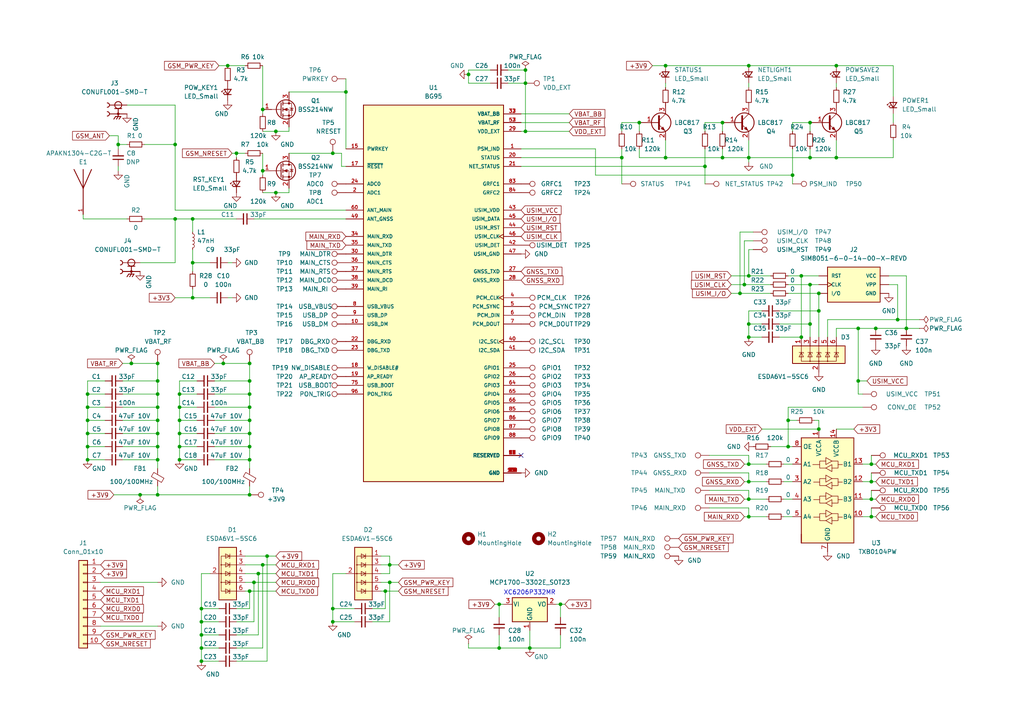
<source format=kicad_sch>
(kicad_sch (version 20211123) (generator eeschema)
  (paper "A4")
  (title_block (title "Quectel-BG95-LPWA-Module") (date "2022-03-07") (rev "1") (company "Sergey Kostyanoy"))
  (junction (at 55.88 76.2))
  (junction (at 152.4 38.1))
  (junction (at 52.07 118.11))
  (junction (at 72.39 133.35))
  (junction (at 193.04 45.72))
  (junction (at 262.89 95.25))
  (junction (at 234.95 45.72))
  (junction (at 72.39 129.54))
  (junction (at 25.4 133.35))
  (junction (at 74.93 166.37))
  (junction (at 52.07 129.54))
  (junction (at 217.17 80.01))
  (junction (at 38.1 105.41))
  (junction (at 76.2 31.75))
  (junction (at 77.47 161.29))
  (junction (at 25.4 118.11))
  (junction (at 72.39 125.73))
  (junction (at 66.04 19.05))
  (junction (at 162.56 175.26))
  (junction (at 72.39 114.3))
  (junction (at 228.6 121.92))
  (junction (at 96.52 176.53))
  (junction (at 152.4 20.32))
  (junction (at 25.4 125.73))
  (junction (at 50.8 63.5))
  (junction (at 52.07 125.73))
  (junction (at 248.92 110.49))
  (junction (at 144.78 187.96))
  (junction (at 58.42 176.53))
  (junction (at 80.01 55.88))
  (junction (at 96.52 180.34))
  (junction (at 217.17 139.7))
  (junction (at 237.49 90.17))
  (junction (at 260.35 92.71))
  (junction (at 215.9 82.55))
  (junction (at 252.73 144.78))
  (junction (at 40.64 143.51))
  (junction (at 52.07 121.92))
  (junction (at 34.29 41.91))
  (junction (at 237.49 85.09))
  (junction (at 73.66 168.91))
  (junction (at 254 95.25))
  (junction (at 55.88 63.5))
  (junction (at 45.72 105.41))
  (junction (at 232.41 97.79))
  (junction (at 25.4 129.54))
  (junction (at 237.49 124.46))
  (junction (at 45.72 129.54))
  (junction (at 45.72 125.73))
  (junction (at 72.39 105.41))
  (junction (at 153.67 187.96))
  (junction (at 248.92 95.25))
  (junction (at 72.39 171.45))
  (junction (at 45.72 143.51))
  (junction (at 214.63 85.09))
  (junction (at 234.95 82.55))
  (junction (at 64.77 105.41))
  (junction (at 76.2 163.83))
  (junction (at 217.17 144.78))
  (junction (at 242.57 19.05))
  (junction (at 252.73 149.86))
  (junction (at 55.88 86.36))
  (junction (at 25.4 121.92))
  (junction (at 217.17 19.05))
  (junction (at 45.72 110.49))
  (junction (at 234.95 35.56))
  (junction (at 52.07 114.3))
  (junction (at 25.4 114.3))
  (junction (at 76.2 49.53))
  (junction (at 252.73 139.7))
  (junction (at 217.17 93.98))
  (junction (at 180.34 45.72))
  (junction (at 45.72 133.35))
  (junction (at 72.39 121.92))
  (junction (at 58.42 180.34))
  (junction (at 80.01 38.1))
  (junction (at 72.39 118.11))
  (junction (at 144.78 175.26))
  (junction (at 111.76 171.45))
  (junction (at 58.42 191.77))
  (junction (at 217.17 149.86))
  (junction (at 209.55 45.72))
  (junction (at 185.42 35.56))
  (junction (at 100.33 26.67))
  (junction (at 135.89 21.59))
  (junction (at 229.87 50.8))
  (junction (at 217.17 134.62))
  (junction (at 232.41 80.01))
  (junction (at 45.72 121.92))
  (junction (at 45.72 118.11))
  (junction (at 113.03 168.91))
  (junction (at 204.47 48.26))
  (junction (at 209.55 35.56))
  (junction (at 58.42 187.96))
  (junction (at 217.17 97.79))
  (junction (at 234.95 93.98))
  (junction (at 52.07 133.35))
  (junction (at 152.4 24.13))
  (junction (at 96.52 44.45))
  (junction (at 45.72 114.3))
  (junction (at 242.57 45.72))
  (junction (at 72.39 110.49))
  (junction (at 113.03 163.83))
  (junction (at 50.8 41.91))
  (junction (at 193.04 19.05))
  (junction (at 217.17 45.72))
  (junction (at 58.42 184.15))
  (junction (at 72.39 143.51))
  (junction (at 252.73 134.62))
  (junction (at 228.6 129.54))
  (junction (at 68.58 44.45))
  (no_connect (at 151.13 132.08))
  (wire (pts (xy 29.21 168.91) (xy 45.72 168.91)))
  (wire (pts (xy 58.42 187.96) (xy 63.5 187.96)))
  (wire (pts (xy 218.44 67.31) (xy 214.63 67.31)))
  (wire (pts (xy 50.8 86.36) (xy 55.88 86.36)))
  (wire (pts (xy 45.72 125.73) (xy 45.72 129.54)))
  (wire (pts (xy 217.17 149.86) (xy 222.25 149.86)))
  (wire (pts (xy 180.34 43.18) (xy 180.34 45.72)))
  (wire (pts (xy 68.58 191.77) (xy 77.47 191.77)))
  (wire (pts (xy 212.09 85.09) (xy 214.63 85.09)))
  (wire (pts (xy 34.29 48.26) (xy 34.29 49.53)))
  (wire (pts (xy 113.03 180.34) (xy 113.03 168.91)))
  (wire (pts (xy 60.96 86.36) (xy 55.88 86.36)))
  (wire (pts (xy 162.56 187.96) (xy 162.56 184.15)))
  (wire (pts (xy 144.78 179.07) (xy 144.78 175.26)))
  (wire (pts (xy 68.58 180.34) (xy 73.66 180.34)))
  (wire (pts (xy 77.47 191.77) (xy 77.47 161.29)))
  (wire (pts (xy 52.07 125.73) (xy 57.15 125.73)))
  (wire (pts (xy 113.03 161.29) (xy 113.03 163.83)))
  (wire (pts (xy 254 95.25) (xy 262.89 95.25)))
  (wire (pts (xy 227.33 149.86) (xy 229.87 149.86)))
  (wire (pts (xy 50.8 63.5) (xy 55.88 63.5)))
  (wire (pts (xy 242.57 97.79) (xy 242.57 95.25)))
  (wire (pts (xy 58.42 184.15) (xy 58.42 187.96)))
  (wire (pts (xy 205.74 147.32) (xy 217.17 147.32)))
  (wire (pts (xy 34.29 39.37) (xy 34.29 41.91)))
  (wire (pts (xy 215.9 134.62) (xy 217.17 134.62)))
  (wire (pts (xy 67.31 76.2) (xy 66.04 76.2)))
  (wire (pts (xy 25.4 118.11) (xy 30.48 118.11)))
  (wire (pts (xy 151.13 45.72) (xy 180.34 45.72)))
  (wire (pts (xy 50.8 30.48) (xy 50.8 41.91)))
  (wire (pts (xy 135.89 20.32) (xy 135.89 21.59)))
  (wire (pts (xy 58.42 180.34) (xy 63.5 180.34)))
  (wire (pts (xy 41.91 63.5) (xy 50.8 63.5)))
  (wire (pts (xy 217.17 93.98) (xy 217.17 97.79)))
  (wire (pts (xy 262.89 95.25) (xy 262.89 80.01)))
  (wire (pts (xy 144.78 175.26) (xy 146.05 175.26)))
  (wire (pts (xy 236.22 121.92) (xy 237.49 121.92)))
  (wire (pts (xy 217.17 144.78) (xy 222.25 144.78)))
  (wire (pts (xy 248.92 110.49) (xy 248.92 95.25)))
  (wire (pts (xy 72.39 133.35) (xy 72.39 135.89)))
  (wire (pts (xy 31.75 39.37) (xy 34.29 39.37)))
  (wire (pts (xy 172.72 43.18) (xy 151.13 43.18)))
  (wire (pts (xy 107.95 176.53) (xy 111.76 176.53)))
  (wire (pts (xy 100.33 26.67) (xy 83.82 26.67)))
  (wire (pts (xy 62.23 110.49) (xy 72.39 110.49)))
  (wire (pts (xy 260.35 92.71) (xy 266.7 92.71)))
  (wire (pts (xy 153.67 182.88) (xy 153.67 187.96)))
  (wire (pts (xy 180.34 45.72) (xy 180.34 53.34)))
  (wire (pts (xy 96.52 176.53) (xy 102.87 176.53)))
  (wire (pts (xy 214.63 67.31) (xy 214.63 85.09)))
  (wire (pts (xy 68.58 184.15) (xy 74.93 184.15)))
  (wire (pts (xy 35.56 105.41) (xy 38.1 105.41)))
  (wire (pts (xy 25.4 125.73) (xy 25.4 129.54)))
  (wire (pts (xy 25.4 121.92) (xy 30.48 121.92)))
  (wire (pts (xy 217.17 97.79) (xy 220.98 97.79)))
  (wire (pts (xy 228.6 121.92) (xy 228.6 129.54)))
  (wire (pts (xy 55.88 76.2) (xy 60.96 76.2)))
  (wire (pts (xy 45.72 118.11) (xy 45.72 121.92)))
  (wire (pts (xy 73.66 180.34) (xy 73.66 168.91)))
  (wire (pts (xy 217.17 45.72) (xy 234.95 45.72)))
  (wire (pts (xy 72.39 114.3) (xy 72.39 118.11)))
  (wire (pts (xy 80.01 55.88) (xy 83.82 55.88)))
  (wire (pts (xy 217.17 134.62) (xy 222.25 134.62)))
  (wire (pts (xy 58.42 191.77) (xy 63.5 191.77)))
  (wire (pts (xy 193.04 45.72) (xy 209.55 45.72)))
  (wire (pts (xy 72.39 110.49) (xy 72.39 114.3)))
  (wire (pts (xy 115.57 171.45) (xy 111.76 171.45)))
  (wire (pts (xy 72.39 129.54) (xy 72.39 133.35)))
  (wire (pts (xy 33.02 143.51) (xy 40.64 143.51)))
  (wire (pts (xy 76.2 55.88) (xy 80.01 55.88)))
  (wire (pts (xy 229.87 43.18) (xy 229.87 50.8)))
  (wire (pts (xy 229.87 50.8) (xy 172.72 50.8)))
  (wire (pts (xy 25.4 125.73) (xy 30.48 125.73)))
  (wire (pts (xy 147.32 20.32) (xy 152.4 20.32)))
  (wire (pts (xy 151.13 35.56) (xy 165.1 35.56)))
  (wire (pts (xy 30.48 110.49) (xy 25.4 110.49)))
  (wire (pts (xy 217.17 147.32) (xy 217.17 149.86)))
  (wire (pts (xy 52.07 133.35) (xy 57.15 133.35)))
  (wire (pts (xy 45.72 133.35) (xy 35.56 133.35)))
  (wire (pts (xy 217.17 132.08) (xy 217.17 134.62)))
  (wire (pts (xy 76.2 33.02) (xy 76.2 31.75)))
  (wire (pts (xy 52.07 121.92) (xy 52.07 125.73)))
  (wire (pts (xy 144.78 187.96) (xy 153.67 187.96)))
  (wire (pts (xy 68.58 44.45) (xy 71.12 44.45)))
  (wire (pts (xy 80.01 168.91) (xy 73.66 168.91)))
  (wire (pts (xy 217.17 93.98) (xy 220.98 93.98)))
  (wire (pts (xy 250.19 114.3) (xy 248.92 114.3)))
  (wire (pts (xy 229.87 35.56) (xy 234.95 35.56)))
  (wire (pts (xy 237.49 85.09) (xy 237.49 90.17)))
  (wire (pts (xy 240.03 92.71) (xy 260.35 92.71)))
  (wire (pts (xy 24.13 63.5) (xy 24.13 62.23)))
  (wire (pts (xy 162.56 175.26) (xy 161.29 175.26)))
  (wire (pts (xy 217.17 24.13) (xy 217.17 25.4)))
  (wire (pts (xy 76.2 187.96) (xy 76.2 163.83)))
  (wire (pts (xy 260.35 92.71) (xy 260.35 82.55)))
  (wire (pts (xy 35.56 118.11) (xy 45.72 118.11)))
  (wire (pts (xy 135.89 24.13) (xy 142.24 24.13)))
  (wire (pts (xy 217.17 139.7) (xy 222.25 139.7)))
  (wire (pts (xy 226.06 93.98) (xy 234.95 93.98)))
  (wire (pts (xy 72.39 105.41) (xy 72.39 110.49)))
  (wire (pts (xy 227.33 144.78) (xy 229.87 144.78)))
  (wire (pts (xy 25.4 118.11) (xy 25.4 121.92)))
  (wire (pts (xy 55.88 72.39) (xy 55.88 76.2)))
  (wire (pts (xy 80.01 161.29) (xy 77.47 161.29)))
  (wire (pts (xy 35.56 114.3) (xy 45.72 114.3)))
  (wire (pts (xy 107.95 180.34) (xy 113.03 180.34)))
  (wire (pts (xy 234.95 35.56) (xy 234.95 38.1)))
  (wire (pts (xy 252.73 134.62) (xy 250.19 134.62)))
  (wire (pts (xy 237.49 82.55) (xy 234.95 82.55)))
  (wire (pts (xy 99.06 48.26) (xy 100.33 48.26)))
  (wire (pts (xy 180.34 35.56) (xy 185.42 35.56)))
  (wire (pts (xy 172.72 50.8) (xy 172.72 43.18)))
  (wire (pts (xy 76.2 19.05) (xy 76.2 31.75)))
  (wire (pts (xy 252.73 149.86) (xy 250.19 149.86)))
  (wire (pts (xy 151.13 33.02) (xy 165.1 33.02)))
  (wire (pts (xy 58.42 176.53) (xy 63.5 176.53)))
  (wire (pts (xy 228.6 82.55) (xy 234.95 82.55)))
  (wire (pts (xy 55.88 76.2) (xy 55.88 78.74)))
  (wire (pts (xy 100.33 22.86) (xy 100.33 26.67)))
  (wire (pts (xy 193.04 40.64) (xy 193.04 45.72)))
  (wire (pts (xy 60.96 166.37) (xy 58.42 166.37)))
  (wire (pts (xy 99.06 44.45) (xy 99.06 48.26)))
  (wire (pts (xy 52.07 129.54) (xy 57.15 129.54)))
  (wire (pts (xy 252.73 139.7) (xy 250.19 139.7)))
  (wire (pts (xy 204.47 35.56) (xy 209.55 35.56)))
  (wire (pts (xy 40.64 143.51) (xy 45.72 143.51)))
  (wire (pts (xy 234.95 43.18) (xy 234.95 45.72)))
  (wire (pts (xy 228.6 118.11) (xy 228.6 121.92)))
  (wire (pts (xy 52.07 114.3) (xy 57.15 114.3)))
  (wire (pts (xy 204.47 38.1) (xy 204.47 35.56)))
  (wire (pts (xy 252.73 147.32) (xy 252.73 149.86)))
  (wire (pts (xy 80.01 38.1) (xy 83.82 38.1)))
  (wire (pts (xy 260.35 82.55) (xy 257.81 82.55)))
  (wire (pts (xy 217.17 46.99) (xy 217.17 45.72)))
  (wire (pts (xy 36.83 63.5) (xy 24.13 63.5)))
  (wire (pts (xy 62.23 105.41) (xy 64.77 105.41)))
  (wire (pts (xy 218.44 69.85) (xy 215.9 69.85)))
  (wire (pts (xy 152.4 20.32) (xy 152.4 24.13)))
  (wire (pts (xy 72.39 143.51) (xy 72.39 140.97)))
  (wire (pts (xy 254 149.86) (xy 252.73 149.86)))
  (wire (pts (xy 205.74 132.08) (xy 217.17 132.08)))
  (wire (pts (xy 220.98 124.46) (xy 237.49 124.46)))
  (wire (pts (xy 135.89 187.96) (xy 144.78 187.96)))
  (wire (pts (xy 218.44 72.39) (xy 217.17 72.39)))
  (wire (pts (xy 204.47 48.26) (xy 204.47 53.34)))
  (wire (pts (xy 58.42 166.37) (xy 58.42 176.53)))
  (wire (pts (xy 58.42 184.15) (xy 63.5 184.15)))
  (wire (pts (xy 58.42 180.34) (xy 58.42 184.15)))
  (wire (pts (xy 113.03 168.91) (xy 110.49 168.91)))
  (wire (pts (xy 232.41 80.01) (xy 232.41 97.79)))
  (wire (pts (xy 228.6 129.54) (xy 229.87 129.54)))
  (wire (pts (xy 185.42 43.18) (xy 185.42 45.72)))
  (wire (pts (xy 215.9 144.78) (xy 217.17 144.78)))
  (wire (pts (xy 113.03 166.37) (xy 110.49 166.37)))
  (wire (pts (xy 77.47 161.29) (xy 71.12 161.29)))
  (wire (pts (xy 52.07 129.54) (xy 52.07 133.35)))
  (wire (pts (xy 83.82 55.88) (xy 83.82 54.61)))
  (wire (pts (xy 80.01 171.45) (xy 72.39 171.45)))
  (wire (pts (xy 50.8 63.5) (xy 50.8 76.2)))
  (wire (pts (xy 142.24 20.32) (xy 135.89 20.32)))
  (wire (pts (xy 259.08 33.02) (xy 259.08 35.56)))
  (wire (pts (xy 34.29 41.91) (xy 36.83 41.91)))
  (wire (pts (xy 52.07 118.11) (xy 57.15 118.11)))
  (wire (pts (xy 254 134.62) (xy 252.73 134.62)))
  (wire (pts (xy 41.91 41.91) (xy 50.8 41.91)))
  (wire (pts (xy 259.08 40.64) (xy 259.08 45.72)))
  (wire (pts (xy 25.4 121.92) (xy 25.4 125.73)))
  (wire (pts (xy 52.07 110.49) (xy 52.07 114.3)))
  (wire (pts (xy 151.13 48.26) (xy 204.47 48.26)))
  (wire (pts (xy 215.9 149.86) (xy 217.17 149.86)))
  (wire (pts (xy 242.57 45.72) (xy 242.57 40.64)))
  (wire (pts (xy 193.04 19.05) (xy 217.17 19.05)))
  (wire (pts (xy 252.73 144.78) (xy 250.19 144.78)))
  (wire (pts (xy 135.89 21.59) (xy 135.89 24.13)))
  (wire (pts (xy 152.4 38.1) (xy 151.13 38.1)))
  (wire (pts (xy 76.2 163.83) (xy 71.12 163.83)))
  (wire (pts (xy 58.42 187.96) (xy 58.42 191.77)))
  (wire (pts (xy 217.17 137.16) (xy 217.17 139.7)))
  (wire (pts (xy 67.31 44.45) (xy 68.58 44.45)))
  (wire (pts (xy 110.49 163.83) (xy 113.03 163.83)))
  (wire (pts (xy 220.98 90.17) (xy 217.17 90.17)))
  (wire (pts (xy 45.72 129.54) (xy 45.72 133.35)))
  (wire (pts (xy 252.73 132.08) (xy 252.73 134.62)))
  (wire (pts (xy 73.66 168.91) (xy 71.12 168.91)))
  (wire (pts (xy 257.81 80.01) (xy 262.89 80.01)))
  (wire (pts (xy 62.23 114.3) (xy 72.39 114.3)))
  (wire (pts (xy 237.49 80.01) (xy 232.41 80.01)))
  (wire (pts (xy 231.14 121.92) (xy 228.6 121.92)))
  (wire (pts (xy 180.34 38.1) (xy 180.34 35.56)))
  (wire (pts (xy 58.42 176.53) (xy 58.42 180.34)))
  (wire (pts (xy 204.47 48.26) (xy 204.47 43.18)))
  (wire (pts (xy 36.83 30.48) (xy 50.8 30.48)))
  (wire (pts (xy 113.03 163.83) (xy 113.03 166.37)))
  (wire (pts (xy 227.33 139.7) (xy 229.87 139.7)))
  (wire (pts (xy 45.72 110.49) (xy 45.72 114.3)))
  (wire (pts (xy 248.92 114.3) (xy 248.92 110.49)))
  (wire (pts (xy 240.03 97.79) (xy 240.03 92.71)))
  (wire (pts (xy 234.95 93.98) (xy 234.95 97.79)))
  (wire (pts (xy 234.95 45.72) (xy 242.57 45.72)))
  (wire (pts (xy 52.07 118.11) (xy 52.07 121.92)))
  (wire (pts (xy 96.52 166.37) (xy 96.52 176.53)))
  (wire (pts (xy 242.57 124.46) (xy 247.65 124.46)))
  (wire (pts (xy 100.33 166.37) (xy 96.52 166.37)))
  (wire (pts (xy 217.17 80.01) (xy 223.52 80.01)))
  (wire (pts (xy 229.87 38.1) (xy 229.87 35.56)))
  (wire (pts (xy 153.67 187.96) (xy 162.56 187.96)))
  (wire (pts (xy 83.82 44.45) (xy 96.52 44.45)))
  (wire (pts (xy 100.33 43.18) (xy 100.33 26.67)))
  (wire (pts (xy 209.55 45.72) (xy 217.17 45.72)))
  (wire (pts (xy 226.06 90.17) (xy 237.49 90.17)))
  (wire (pts (xy 35.56 125.73) (xy 45.72 125.73)))
  (wire (pts (xy 214.63 85.09) (xy 223.52 85.09)))
  (wire (pts (xy 193.04 24.13) (xy 193.04 25.4)))
  (wire (pts (xy 25.4 133.35) (xy 30.48 133.35)))
  (wire (pts (xy 68.58 187.96) (xy 76.2 187.96)))
  (wire (pts (xy 212.09 80.01) (xy 217.17 80.01)))
  (wire (pts (xy 55.88 86.36) (xy 55.88 83.82)))
  (wire (pts (xy 217.17 72.39) (xy 217.17 80.01)))
  (wire (pts (xy 215.9 69.85) (xy 215.9 82.55)))
  (wire (pts (xy 74.93 184.15) (xy 74.93 166.37)))
  (wire (pts (xy 35.56 129.54) (xy 45.72 129.54)))
  (wire (pts (xy 162.56 175.26) (xy 163.83 175.26)))
  (wire (pts (xy 185.42 35.56) (xy 185.42 38.1)))
  (wire (pts (xy 67.31 86.36) (xy 66.04 86.36)))
  (wire (pts (xy 99.06 44.45) (xy 96.52 44.45)))
  (wire (pts (xy 254 144.78) (xy 252.73 144.78)))
  (wire (pts (xy 68.58 44.45) (xy 68.58 45.72)))
  (wire (pts (xy 34.29 43.18) (xy 34.29 41.91)))
  (wire (pts (xy 96.52 176.53) (xy 96.52 180.34)))
  (wire (pts (xy 50.8 60.96) (xy 50.8 41.91)))
  (wire (pts (xy 72.39 121.92) (xy 72.39 125.73)))
  (wire (pts (xy 45.72 143.51) (xy 45.72 140.97)))
  (wire (pts (xy 100.33 60.96) (xy 50.8 60.96)))
  (wire (pts (xy 215.9 139.7) (xy 217.17 139.7)))
  (wire (pts (xy 111.76 176.53) (xy 111.76 171.45)))
  (wire (pts (xy 217.17 90.17) (xy 217.17 93.98)))
  (wire (pts (xy 223.52 129.54) (xy 228.6 129.54)))
  (wire (pts (xy 45.72 133.35) (xy 45.72 135.89)))
  (wire (pts (xy 55.88 63.5) (xy 68.58 63.5)))
  (wire (pts (xy 185.42 45.72) (xy 193.04 45.72)))
  (wire (pts (xy 83.82 38.1) (xy 83.82 36.83)))
  (wire (pts (xy 111.76 171.45) (xy 110.49 171.45)))
  (wire (pts (xy 212.09 82.55) (xy 215.9 82.55)))
  (wire (pts (xy 251.46 110.49) (xy 248.92 110.49)))
  (wire (pts (xy 35.56 110.49) (xy 45.72 110.49)))
  (wire (pts (xy 143.51 175.26) (xy 144.78 175.26)))
  (wire (pts (xy 217.17 142.24) (xy 217.17 144.78)))
  (wire (pts (xy 228.6 80.01) (xy 232.41 80.01)))
  (wire (pts (xy 62.23 129.54) (xy 72.39 129.54)))
  (wire (pts (xy 72.39 176.53) (xy 72.39 171.45)))
  (wire (pts (xy 25.4 114.3) (xy 25.4 118.11)))
  (wire (pts (xy 205.74 142.24) (xy 217.17 142.24)))
  (wire (pts (xy 80.01 163.83) (xy 76.2 163.83)))
  (wire (pts (xy 73.66 63.5) (xy 100.33 63.5)))
  (wire (pts (xy 45.72 143.51) (xy 72.39 143.51)))
  (wire (pts (xy 209.55 35.56) (xy 209.55 38.1)))
  (wire (pts (xy 162.56 179.07) (xy 162.56 175.26)))
  (wire (pts (xy 62.23 125.73) (xy 72.39 125.73)))
  (wire (pts (xy 38.1 105.41) (xy 45.72 105.41)))
  (wire (pts (xy 72.39 171.45) (xy 71.12 171.45)))
  (wire (pts (xy 45.72 121.92) (xy 45.72 125.73)))
  (wire (pts (xy 259.08 19.05) (xy 242.57 19.05)))
  (wire (pts (xy 115.57 168.91) (xy 113.03 168.91)))
  (wire (pts (xy 254 139.7) (xy 252.73 139.7)))
  (wire (pts (xy 25.4 110.49) (xy 25.4 114.3)))
  (wire (pts (xy 229.87 50.8) (xy 229.87 53.34)))
  (wire (pts (xy 52.07 121.92) (xy 57.15 121.92)))
  (wire (pts (xy 29.21 181.61) (xy 45.72 181.61)))
  (wire (pts (xy 252.73 137.16) (xy 252.73 139.7)))
  (wire (pts (xy 110.49 161.29) (xy 113.03 161.29)))
  (wire (pts (xy 250.19 118.11) (xy 228.6 118.11)))
  (wire (pts (xy 259.08 27.94) (xy 259.08 19.05)))
  (wire (pts (xy 147.32 24.13) (xy 152.4 24.13)))
  (wire (pts (xy 63.5 19.05) (xy 66.04 19.05)))
  (wire (pts (xy 217.17 19.05) (xy 242.57 19.05)))
  (wire (pts (xy 62.23 121.92) (xy 72.39 121.92)))
  (wire (pts (xy 217.17 45.72) (xy 217.17 40.64)))
  (wire (pts (xy 227.33 134.62) (xy 229.87 134.62)))
  (wire (pts (xy 215.9 82.55) (xy 223.52 82.55)))
  (wire (pts (xy 248.92 95.25) (xy 254 95.25)))
  (wire (pts (xy 35.56 121.92) (xy 45.72 121.92)))
  (wire (pts (xy 40.64 76.2) (xy 50.8 76.2)))
  (wire (pts (xy 52.07 114.3) (xy 52.07 118.11)))
  (wire (pts (xy 189.23 19.05) (xy 193.04 19.05)))
  (wire (pts (xy 62.23 118.11) (xy 72.39 118.11)))
  (wire (pts (xy 64.77 105.41) (xy 72.39 105.41)))
  (wire (pts (xy 259.08 45.72) (xy 242.57 45.72)))
  (wire (pts (xy 52.07 125.73) (xy 52.07 129.54)))
  (wire (pts (xy 242.57 24.13) (xy 242.57 25.4)))
  (wire (pts (xy 45.72 114.3) (xy 45.72 118.11)))
  (wire (pts (xy 228.6 85.09) (xy 237.49 85.09)))
  (wire (pts (xy 72.39 125.73) (xy 72.39 129.54)))
  (wire (pts (xy 25.4 129.54) (xy 30.48 129.54)))
  (wire (pts (xy 68.58 176.53) (xy 72.39 176.53)))
  (wire (pts (xy 242.57 95.25) (xy 248.92 95.25)))
  (wire (pts (xy 237.49 121.92) (xy 237.49 124.46)))
  (wire (pts (xy 72.39 118.11) (xy 72.39 121.92)))
  (wire (pts (xy 76.2 38.1) (xy 80.01 38.1)))
  (wire (pts (xy 205.74 137.16) (xy 217.17 137.16)))
  (wire (pts (xy 152.4 24.13) (xy 152.4 38.1)))
  (wire (pts (xy 55.88 63.5) (xy 55.88 67.31)))
  (wire (pts (xy 252.73 142.24) (xy 252.73 144.78)))
  (wire (pts (xy 45.72 105.41) (xy 45.72 110.49)))
  (wire (pts (xy 76.2 50.8) (xy 76.2 49.53)))
  (wire (pts (xy 76.2 44.45) (xy 76.2 49.53)))
  (wire (pts (xy 237.49 90.17) (xy 237.49 97.79)))
  (wire (pts (xy 113.03 163.83) (xy 115.57 163.83)))
  (wire (pts (xy 209.55 43.18) (xy 209.55 45.72)))
  (wire (pts (xy 135.89 186.69) (xy 135.89 187.96)))
  (wire (pts (xy 96.52 180.34) (xy 102.87 180.34)))
  (wire (pts (xy 165.1 38.1) (xy 152.4 38.1)))
  (wire (pts (xy 66.04 19.05) (xy 71.12 19.05)))
  (wire (pts (xy 25.4 129.54) (xy 25.4 133.35)))
  (wire (pts (xy 262.89 95.25) (xy 266.7 95.25)))
  (wire (pts (xy 226.06 97.79) (xy 232.41 97.79)))
  (wire (pts (xy 57.15 110.49) (xy 52.07 110.49)))
  (wire (pts (xy 144.78 184.15) (xy 144.78 187.96)))
  (wire (pts (xy 25.4 114.3) (xy 30.48 114.3)))
  (wire (pts (xy 234.95 82.55) (xy 234.95 93.98)))
  (wire (pts (xy 80.01 166.37) (xy 74.93 166.37)))
  (wire (pts (xy 72.39 133.35) (xy 62.23 133.35)))
  (wire (pts (xy 74.93 166.37) (xy 71.12 166.37)))
  (text "XC6206P332MR" (at 146.05 172.72 0) (effects (font (size 1.27 1.27)) (justify left bottom)))
  (global_label "GSM_NRESET" (shape input) (at 29.21 186.69 0) (property "Intersheet References" "${INTERSHEET_REFS}" (effects hide)))
  (global_label "GNSS_RXD" (shape input) (at 151.13 81.28 0) (property "Intersheet References" "${INTERSHEET_REFS}" (effects hide)))
  (global_label "+3V9" (shape input) (at 29.21 166.37 0) (property "Intersheet References" "${INTERSHEET_REFS}" (effects hide)))
  (global_label "GNSS_TXD" (shape input) (at 215.9 134.62 180) (property "Intersheet References" "${INTERSHEET_REFS}" (effects hide)))
  (global_label "+3V9" (shape input) (at 33.02 143.51 180) (property "Intersheet References" "${INTERSHEET_REFS}" (effects hide)))
  (global_label "MCU_TXD0" (shape input) (at 80.01 171.45 0) (property "Intersheet References" "${INTERSHEET_REFS}" (effects hide)))
  (global_label "MCU_RXD0" (shape input) (at 29.21 176.53 0) (property "Intersheet References" "${INTERSHEET_REFS}" (effects hide)))
  (global_label "GSM_NRESET" (shape input) (at 196.85 158.75 0) (property "Intersheet References" "${INTERSHEET_REFS}" (effects hide)))
  (global_label "+3V3" (shape input) (at 163.83 175.26 0) (property "Intersheet References" "${INTERSHEET_REFS}" (effects hide)))
  (global_label "MAIN_TXD" (shape input) (at 100.33 71.12 180) (property "Intersheet References" "${INTERSHEET_REFS}" (effects hide)))
  (global_label "MCU_TXD0" (shape input) (at 29.21 179.07 0) (property "Intersheet References" "${INTERSHEET_REFS}" (effects hide)))
  (global_label "GNSS_TXD" (shape input) (at 151.13 78.74 0) (property "Intersheet References" "${INTERSHEET_REFS}" (effects hide)))
  (global_label "USIM_VCC" (shape input) (at 251.46 110.49 0) (property "Intersheet References" "${INTERSHEET_REFS}" (effects hide)))
  (global_label "+3V9" (shape input) (at 189.23 19.05 180) (property "Intersheet References" "${INTERSHEET_REFS}" (effects hide)))
  (global_label "VBAT_RF" (shape input) (at 165.1 35.56 0) (property "Intersheet References" "${INTERSHEET_REFS}" (effects hide)))
  (global_label "+3V3" (shape input) (at 50.8 86.36 180) (property "Intersheet References" "${INTERSHEET_REFS}" (effects hide)))
  (global_label "+3V9" (shape input) (at 80.01 161.29 0) (property "Intersheet References" "${INTERSHEET_REFS}" (effects hide)))
  (global_label "GSM_NRESET" (shape input) (at 115.57 171.45 0) (property "Intersheet References" "${INTERSHEET_REFS}" (effects hide)))
  (global_label "+3V9" (shape input) (at 29.21 163.83 0) (property "Intersheet References" "${INTERSHEET_REFS}" (effects hide)))
  (global_label "USIM_I{slash}O" (shape input) (at 151.13 63.5 0) (property "Intersheet References" "${INTERSHEET_REFS}" (effects hide)))
  (global_label "VBAT_BB" (shape input) (at 165.1 33.02 0) (property "Intersheet References" "${INTERSHEET_REFS}" (effects hide)))
  (global_label "MAIN_RXD" (shape input) (at 100.33 68.58 180) (property "Intersheet References" "${INTERSHEET_REFS}" (effects hide)))
  (global_label "VBAT_RF" (shape input) (at 35.56 105.41 180) (property "Intersheet References" "${INTERSHEET_REFS}" (effects hide)))
  (global_label "GNSS_RXD" (shape input) (at 215.9 139.7 180) (property "Intersheet References" "${INTERSHEET_REFS}" (effects hide)))
  (global_label "MCU_TXD1" (shape input) (at 254 139.7 0) (property "Intersheet References" "${INTERSHEET_REFS}" (effects hide)))
  (global_label "GSM_ANT" (shape input) (at 31.75 39.37 180) (property "Intersheet References" "${INTERSHEET_REFS}" (effects hide)))
  (global_label "USIM_RST" (shape input) (at 212.09 80.01 180) (property "Intersheet References" "${INTERSHEET_REFS}" (effects hide)))
  (global_label "MCU_RXD1" (shape input) (at 29.21 171.45 0) (property "Intersheet References" "${INTERSHEET_REFS}" (effects hide)))
  (global_label "GSM_PWR_KEY" (shape input) (at 115.57 168.91 0) (property "Intersheet References" "${INTERSHEET_REFS}" (effects hide)))
  (global_label "USIM_CLK" (shape input) (at 212.09 82.55 180) (property "Intersheet References" "${INTERSHEET_REFS}" (effects hide)))
  (global_label "MAIN_RXD" (shape input) (at 215.9 149.86 180) (property "Intersheet References" "${INTERSHEET_REFS}" (effects hide)))
  (global_label "GSM_NRESET" (shape input) (at 67.31 44.45 180) (property "Intersheet References" "${INTERSHEET_REFS}" (effects hide)))
  (global_label "MCU_TXD1" (shape input) (at 80.01 166.37 0) (property "Intersheet References" "${INTERSHEET_REFS}" (effects hide)))
  (global_label "VDD_EXT" (shape input) (at 220.98 124.46 180) (property "Intersheet References" "${INTERSHEET_REFS}" (effects hide)))
  (global_label "GSM_PWR_KEY" (shape input) (at 196.85 156.21 0) (property "Intersheet References" "${INTERSHEET_REFS}" (effects hide)))
  (global_label "VBAT_BB" (shape input) (at 62.23 105.41 180) (property "Intersheet References" "${INTERSHEET_REFS}" (effects hide)))
  (global_label "MCU_TXD1" (shape input) (at 29.21 173.99 0) (property "Intersheet References" "${INTERSHEET_REFS}" (effects hide)))
  (global_label "USIM_RST" (shape input) (at 151.13 66.04 0) (property "Intersheet References" "${INTERSHEET_REFS}" (effects hide)))
  (global_label "MCU_TXD0" (shape input) (at 254 149.86 0) (property "Intersheet References" "${INTERSHEET_REFS}" (effects hide)))
  (global_label "USIM_VCC" (shape input) (at 151.13 60.96 0) (property "Intersheet References" "${INTERSHEET_REFS}" (effects hide)))
  (global_label "GSM_PWR_KEY" (shape input) (at 63.5 19.05 180) (property "Intersheet References" "${INTERSHEET_REFS}" (effects hide)))
  (global_label "MAIN_TXD" (shape input) (at 215.9 144.78 180) (property "Intersheet References" "${INTERSHEET_REFS}" (effects hide)))
  (global_label "MCU_RXD1" (shape input) (at 254 134.62 0) (property "Intersheet References" "${INTERSHEET_REFS}" (effects hide)))
  (global_label "VDD_EXT" (shape input) (at 165.1 38.1 0) (property "Intersheet References" "${INTERSHEET_REFS}" (effects hide)))
  (global_label "USIM_I{slash}O" (shape input) (at 212.09 85.09 180) (property "Intersheet References" "${INTERSHEET_REFS}" (effects hide)))
  (global_label "GSM_PWR_KEY" (shape input) (at 29.21 184.15 0) (property "Intersheet References" "${INTERSHEET_REFS}" (effects hide)))
  (global_label "USIM_CLK" (shape input) (at 151.13 68.58 0) (property "Intersheet References" "${INTERSHEET_REFS}" (effects hide)))
  (global_label "MCU_RXD1" (shape input) (at 80.01 163.83 0) (property "Intersheet References" "${INTERSHEET_REFS}" (effects hide)))
  (global_label "MCU_RXD0" (shape input) (at 80.01 168.91 0) (property "Intersheet References" "${INTERSHEET_REFS}" (effects hide)))
  (global_label "+3V9" (shape input) (at 115.57 163.83 0) (property "Intersheet References" "${INTERSHEET_REFS}" (effects hide)))
  (global_label "+3V9" (shape input) (at 143.51 175.26 180) (property "Intersheet References" "${INTERSHEET_REFS}" (effects hide)))
  (global_label "MCU_RXD0" (shape input) (at 254 144.78 0) (property "Intersheet References" "${INTERSHEET_REFS}" (effects hide)))
  (global_label "+3V3" (shape input) (at 247.65 124.46 0) (property "Intersheet References" "${INTERSHEET_REFS}" (effects hide)))
  (symbol (lib_id "power:PWR_FLAG") (at 64.77 105.41 0) (unit 1)
    (property "Reference" "#FLG03" (effects hide))
    (property "Value" "PWR_FLAG" (at 64.77 101.6 0))
  )
  (symbol (lib_id "Device:C_Small") (at 59.69 125.73 90) (unit 1)
    (property "Reference" "C16" (at 53.34 124.46 90) (effects (justify right)))
    (property "Value" "47uF 10V" (at 60.96 124.46 90) (effects (justify right)))
    (property "Footprint" "Capacitor_SMD:C_1206_3216Metric" (effects hide))
  )
  (symbol (lib_id "Connector:TestPoint") (at 252.73 137.16 270) (unit 1)
    (property "Reference" "TP54" (at 273.05 137.16 90))
    (property "Value" "MCU_TXD1" (at 264.16 137.16 90))
    (property "Footprint" "TestPoint:TestPoint_Pad_D1.0mm" (effects hide))
  )
  (symbol (lib_id "Connector:TestPoint") (at 196.85 156.21 90) (unit 1)
    (property "Reference" "TP57" (at 176.53 156.21 90))
    (property "Value" "MAIN_RXD" (at 185.42 156.21 90))
    (property "Footprint" "TestPoint:TestPoint_Pad_D1.0mm" (effects hide))
  )
  (symbol (lib_id "Connector:TestPoint") (at 151.13 55.88 270) (unit 1)
    (property "Reference" "TP24" (at 168.91 55.88 90))
    (property "Value" "GRFC2" (at 160.02 55.88 90))
    (property "Footprint" "TestPoint:TestPoint_Pad_D1.0mm" (effects hide))
  )
  (symbol (lib_id "Device:L_Small") (at 55.88 69.85 0) (unit 1)
    (property "Reference" "L1" (at 57.15 67.31 0) (effects (justify left)))
    (property "Value" "47nH" (at 57.15 69.85 0) (effects (justify left)))
    (property "Footprint" "Inductor_SMD:L_0402_1005Metric" (effects hide))
    (property "LCSC" "C275325" (effects hide))
  )
  (symbol (lib_id "power:GND") (at 237.49 107.95 0) (unit 1)
    (property "Reference" "#PWR022" (effects hide))
    (property "Value" "GND" (at 237.49 113.03 0))
  )
  (symbol (lib_id "Transistor_FET:BSS214NW") (at 81.28 31.75 0) (unit 1)
    (property "Reference" "Q1" (at 90.17 29.21 0) (effects (justify left)))
    (property "Value" "BSS214NW" (at 86.36 31.75 0) (effects (justify left)))
    (property "Footprint" "Package_TO_SOT_SMD:SOT-323_SC-70" (effects hide))
    (property "Datasheet" "https://www.infineon.com/dgdl/Infineon-BSS214NW-DS-v02_02-en.pdf?fileId=db3a30431b3e89eb011b695aebc01bde" (effects hide))
  )
  (symbol (lib_id "Connector:TestPoint") (at 204.47 53.34 270) (unit 1)
    (property "Reference" "TP42" (at 224.79 53.34 90))
    (property "Value" "NET_STATUS" (at 215.9 53.34 90))
    (property "Footprint" "TestPoint:TestPoint_Pad_D1.0mm" (effects hide))
  )
  (symbol (lib_id "power:PWR_FLAG") (at 266.7 95.25 270) (unit 1)
    (property "Reference" "#FLG0103" (effects hide))
    (property "Value" "PWR_FLAG" (at 274.32 95.25 90))
  )
  (symbol (lib_id "Mechanical:MountingHole") (at 135.89 156.21 0) (unit 1)
    (property "Reference" "H1" (at 138.43 154.9399 0) (effects (justify left)))
    (property "Value" "MountingHole" (at 138.43 157.4799 0) (effects (justify left)))
    (property "Footprint" "MountingHole:MountingHole_3.2mm_M3" (effects hide))
  )
  (symbol (lib_id "power:GND") (at 66.04 29.21 0) (unit 1)
    (property "Reference" "#PWR09" (effects hide))
    (property "Value" "GND" (at 62.23 33.02 0) (effects (justify left)))
  )
  (symbol (lib_id "Connector:TestPoint") (at 151.13 111.76 270) (unit 1)
    (property "Reference" "TP34" (at 168.91 111.76 90))
    (property "Value" "GPIO3" (at 160.02 111.76 90))
    (property "Footprint" "TestPoint:TestPoint_Pad_D1.0mm" (effects hide))
  )
  (symbol (lib_id "power:GND") (at 254 100.33 0) (unit 1)
    (property "Reference" "#PWR024" (effects hide))
    (property "Value" "GND" (at 254 105.41 0))
  )
  (symbol (lib_id "Device:C_Small") (at 33.02 121.92 90) (unit 1)
    (property "Reference" "C4" (at 26.67 120.65 90) (effects (justify right)))
    (property "Value" "47uF 10V" (at 34.29 120.65 90) (effects (justify right)))
    (property "Footprint" "Capacitor_SMD:C_1206_3216Metric" (effects hide))
  )
  (symbol (lib_id "Device:C_Small") (at 33.02 125.73 90) (unit 1)
    (property "Reference" "C5" (at 26.67 124.46 90) (effects (justify right)))
    (property "Value" "47uF 10V" (at 34.29 124.46 90) (effects (justify right)))
    (property "Footprint" "Capacitor_SMD:C_1206_3216Metric" (effects hide))
  )
  (symbol (lib_id "Device:C_Small") (at 33.02 133.35 90) (unit 1)
    (property "Reference" "C7" (at 26.67 132.08 90) (effects (justify right)))
    (property "Value" "47uF 10V" (at 34.29 132.08 90) (effects (justify right)))
    (property "Footprint" "Capacitor_SMD:C_1206_3216Metric" (effects hide))
  )
  (symbol (lib_id "power:PWR_FLAG") (at 38.1 105.41 0) (unit 1)
    (property "Reference" "#FLG01" (effects hide))
    (property "Value" "PWR_FLAG" (at 38.1 101.6 0))
  )
  (symbol (lib_id "Device:C_Small") (at 144.78 181.61 180) (unit 1)
    (property "Reference" "C28" (at 147.32 182.88 0) (effects (justify right)))
    (property "Value" "100n" (at 147.32 185.42 0) (effects (justify right)))
    (property "Footprint" "Capacitor_SMD:C_0402_1005Metric" (effects hide))
  )
  (symbol (lib_id "Device:R_Small") (at 234.95 40.64 0) (unit 1)
    (property "Reference" "R26" (at 237.49 40.64 0))
    (property "Value" "120k" (at 238.76 43.18 0))
    (property "Footprint" "Resistor_SMD:R_0402_1005Metric" (effects hide))
  )
  (symbol (lib_id "power:GND") (at 96.52 180.34 0) (unit 1)
    (property "Reference" "#PWR013" (effects hide))
    (property "Value" "GND" (at 97.79 184.15 0) (effects (justify left)))
  )
  (symbol (lib_id "Device:C_Small") (at 59.69 114.3 270) (unit 1)
    (property "Reference" "C13" (at 54.61 113.03 90))
    (property "Value" "33pF" (at 63.5 113.03 90))
    (property "Footprint" "Capacitor_SMD:C_0402_1005Metric" (effects hide))
  )
  (symbol (lib_id "Device:R_Small") (at 226.06 80.01 90) (unit 1)
    (property "Reference" "R21" (at 219.71 78.74 90))
    (property "Value" "0" (at 229.87 78.74 90))
    (property "Footprint" "Resistor_SMD:R_0402_1005Metric" (effects hide))
  )
  (symbol (lib_id "Device:C_Small") (at 59.69 121.92 90) (unit 1)
    (property "Reference" "C15" (at 53.34 120.65 90) (effects (justify right)))
    (property "Value" "47uF 10V" (at 60.96 120.65 90) (effects (justify right)))
    (property "Footprint" "Capacitor_SMD:C_1206_3216Metric" (effects hide))
  )
  (symbol (lib_id "Connector:TestPoint") (at 96.52 44.45 0) (unit 1)
    (property "Reference" "TP5" (at 95.25 35.56 0))
    (property "Value" "NRESET" (at 95.25 38.1 0))
    (property "Footprint" "TestPoint:TestPoint_Pad_D1.0mm" (effects hide))
  )
  (symbol (lib_id "Connector:TestPoint") (at 205.74 142.24 90) (unit 1)
    (property "Reference" "TP45" (at 185.42 142.24 90))
    (property "Value" "MAIN_TXD" (at 194.31 142.24 90))
    (property "Footprint" "TestPoint:TestPoint_Pad_D1.0mm" (effects hide))
  )
  (symbol (lib_id "Device:R_Small") (at 66.04 21.59 0) (unit 1)
    (property "Reference" "R3" (at 69.85 20.32 0))
    (property "Value" "4.7k" (at 69.85 22.86 0))
    (property "Footprint" "Resistor_SMD:R_0402_1005Metric" (effects hide))
  )
  (symbol (lib_id "Connector:TestPoint") (at 151.13 127 270) (unit 1)
    (property "Reference" "TP40" (at 168.91 127 90))
    (property "Value" "GPIO9" (at 160.02 127 90))
    (property "Footprint" "TestPoint:TestPoint_Pad_D1.0mm" (effects hide))
  )
  (symbol (lib_id "Connector:TestPoint") (at 218.44 72.39 270) (unit 1)
    (property "Reference" "TP49" (at 238.76 72.39 90))
    (property "Value" "USIM_RST" (at 229.87 72.39 90))
    (property "Footprint" "TestPoint:TestPoint_Pad_D1.0mm" (effects hide))
  )
  (symbol (lib_id "Connector:TestPoint") (at 100.33 73.66 90) (unit 1)
    (property "Reference" "TP9" (at 82.55 73.66 90))
    (property "Value" "MAIN_DTR" (at 91.44 73.66 90))
    (property "Footprint" "TestPoint:TestPoint_Pad_D1.0mm" (effects hide))
  )
  (symbol (lib_id "Power_Protection:ESDA6V1-5SC6") (at 66.04 166.37 270) (unit 1)
    (property "Reference" "D1" (at 66.04 153.67 90) (effects (justify left)))
    (property "Value" "ESDA6V1-5SC6" (at 59.69 156.21 90) (effects (justify left)))
    (property "Footprint" "Package_TO_SOT_SMD:SOT-23-6" (effects hide))
    (property "Datasheet" "www.st.com/resource/en/datasheet/esda6v1-5sc6.pdf" (effects hide))
  )
  (symbol (lib_id "Device:C_Small") (at 33.02 129.54 90) (unit 1)
    (property "Reference" "C6" (at 26.67 128.27 90) (effects (justify right)))
    (property "Value" "47uF 10V" (at 34.29 128.27 90) (effects (justify right)))
    (property "Footprint" "Capacitor_SMD:C_1206_3216Metric" (effects hide))
  )
  (symbol (lib_id "power:GND") (at 80.01 55.88 0) (unit 1)
    (property "Reference" "#PWR012" (effects hide))
    (property "Value" "GND" (at 81.28 59.69 0) (effects (justify left)))
  )
  (symbol (lib_id "Device:R_Small") (at 224.79 134.62 90) (unit 1)
    (property "Reference" "R17" (at 220.98 132.08 90))
    (property "Value" "0" (at 228.6 133.35 90))
    (property "Footprint" "Resistor_SMD:R_0402_1005Metric" (effects hide))
  )
  (symbol (lib_id "Device:LED_Small") (at 66.04 26.67 90) (unit 1)
    (property "Reference" "POW_KEY1" (at 53.34 25.4 90) (effects (justify right)))
    (property "Value" "LED_Small" (at 53.34 27.94 90) (effects (justify right)))
    (property "Footprint" "LED_SMD:LED_0603_1608Metric" (effects hide))
  )
  (symbol (lib_id "Connector:TestPoint") (at 100.33 53.34 90) (unit 1)
    (property "Reference" "TP7" (at 91.44 50.8 90))
    (property "Value" "ADC0" (at 91.44 53.34 90))
    (property "Footprint" "TestPoint:TestPoint_Pad_D1.0mm" (effects hide))
  )
  (symbol (lib_id "Device:LED_Small") (at 217.17 21.59 90) (unit 1)
    (property "Reference" "NETLIGHT1" (at 219.71 20.2564 90) (effects (justify right)))
    (property "Value" "LED_Small" (at 219.71 22.7964 90) (effects (justify right)))
    (property "Footprint" "LED_SMD:LED_0603_1608Metric" (effects hide))
  )
  (symbol (lib_id "Connector:TestPoint") (at 252.73 132.08 270) (unit 1)
    (property "Reference" "TP53" (at 273.05 132.08 90))
    (property "Value" "MCU_RXD1" (at 264.16 132.08 90))
    (property "Footprint" "TestPoint:TestPoint_Pad_D1.0mm" (effects hide))
  )
  (symbol (lib_id "Device:LED_Small") (at 68.58 53.34 90) (unit 1)
    (property "Reference" "RST_KEY1" (at 55.88 52.07 90) (effects (justify right)))
    (property "Value" "LED_Small" (at 55.88 54.61 90) (effects (justify right)))
    (property "Footprint" "LED_SMD:LED_0603_1608Metric" (effects hide))
  )
  (symbol (lib_id "Device:C_Small") (at 105.41 176.53 270) (unit 1)
    (property "Reference" "C24" (at 100.33 175.26 90))
    (property "Value" "33pF" (at 109.22 175.26 90))
    (property "Footprint" "Capacitor_SMD:C_0402_1005Metric" (effects hide))
  )
  (symbol (lib_id "Device:C_Small") (at 33.02 118.11 90) (unit 1)
    (property "Reference" "C3" (at 27.94 116.84 90))
    (property "Value" "100n" (at 36.83 116.84 90))
    (property "Footprint" "Capacitor_SMD:C_0402_1005Metric" (effects hide))
  )
  (symbol (lib_id "power:GND") (at 34.29 49.53 0) (unit 1)
    (property "Reference" "#PWR03" (effects hide))
    (property "Value" "GND" (at 36.83 54.61 90) (effects (justify left)))
  )
  (symbol (lib_id "power:GND") (at 153.67 187.96 0) (unit 1)
    (property "Reference" "#PWR017" (effects hide))
    (property "Value" "GND" (at 154.94 190.5 0) (effects (justify left)))
  )
  (symbol (lib_id "Device:C_Small") (at 59.69 129.54 90) (unit 1)
    (property "Reference" "C17" (at 53.34 128.27 90) (effects (justify right)))
    (property "Value" "47uF 10V" (at 60.96 128.27 90) (effects (justify right)))
    (property "Footprint" "Capacitor_SMD:C_1206_3216Metric" (effects hide))
  )
  (symbol (lib_id "Device:R_Small") (at 180.34 40.64 0) (unit 1)
    (property "Reference" "R10" (at 181.61 36.83 0))
    (property "Value" "10k" (at 182.88 43.18 0))
    (property "Footprint" "Resistor_SMD:R_0402_1005Metric" (effects hide))
  )
  (symbol (lib_id "Connector:TestPoint") (at 100.33 93.98 90) (unit 1)
    (property "Reference" "TP16" (at 82.55 93.98 90))
    (property "Value" "USB_DM" (at 91.44 93.98 90))
    (property "Footprint" "TestPoint:TestPoint_Pad_D1.0mm" (effects hide))
  )
  (symbol (lib_id "power:GND") (at 240.03 160.02 0) (unit 1)
    (property "Reference" "#PWR023" (effects hide))
    (property "Value" "GND" (at 242.57 161.2899 0) (effects (justify left)))
  )
  (symbol (lib_id "power:GND") (at 36.83 33.02 0) (unit 1)
    (property "Reference" "#PWR02" (effects hide))
    (property "Value" "GND" (at 39.37 38.1 90) (effects (justify left)))
  )
  (symbol (lib_id "Connector:TestPoint") (at 152.4 24.13 270) (unit 1)
    (property "Reference" "TP1" (at 157.48 22.8599 90) (effects (justify left)))
    (property "Value" "VDD_EXT" (at 157.48 25.3999 90) (effects (justify left)))
    (property "Footprint" "TestPoint:TestPoint_Pad_D1.0mm" (effects hide))
  )
  (symbol (lib_id "Device:R_Small") (at 193.04 27.94 0) (unit 1)
    (property "Reference" "R12" (at 196.85 26.67 0))
    (property "Value" "4.7k" (at 196.85 29.21 0))
    (property "Footprint" "Resistor_SMD:R_0402_1005Metric" (effects hide))
  )
  (symbol (lib_id "Device:R_Small") (at 209.55 40.64 0) (unit 1)
    (property "Reference" "R14" (at 212.09 40.64 0))
    (property "Value" "120k" (at 213.36 43.18 0))
    (property "Footprint" "Resistor_SMD:R_0402_1005Metric" (effects hide))
  )
  (symbol (lib_id "Connector:TestPoint") (at 196.85 158.75 90) (unit 1)
    (property "Reference" "TP58" (at 176.53 158.75 90))
    (property "Value" "MAIN_RXD" (at 185.42 158.75 90))
    (property "Footprint" "TestPoint:TestPoint_Pad_D1.0mm" (effects hide))
  )
  (symbol (lib_id "Device:C_Small") (at 71.12 63.5 270) (unit 1)
    (property "Reference" "C11" (at 66.04 62.23 90))
    (property "Value" "33pF" (at 74.93 62.23 90))
    (property "Footprint" "Capacitor_SMD:C_0402_1005Metric" (effects hide))
  )
  (symbol (lib_id "Connector:TestPoint") (at 100.33 55.88 90) (unit 1)
    (property "Reference" "TP8" (at 91.44 55.88 90))
    (property "Value" "ADC1" (at 91.44 58.42 90))
    (property "Footprint" "TestPoint:TestPoint_Pad_D1.0mm" (effects hide))
  )
  (symbol (lib_id "Device:C_Small") (at 63.5 86.36 90) (unit 1)
    (property "Reference" "C10" (at 64.77 80.01 90))
    (property "Value" "100n" (at 64.77 82.55 90))
    (property "Footprint" "Capacitor_SMD:C_0402_1005Metric" (effects hide))
  )
  (symbol (lib_id "Connector:TestPoint") (at 100.33 81.28 90) (unit 1)
    (property "Reference" "TP12" (at 82.55 81.28 90))
    (property "Value" "MAIN_DCD" (at 91.44 81.28 90))
    (property "Footprint" "TestPoint:TestPoint_Pad_D1.0mm" (effects hide))
  )
  (symbol (lib_id "Connector:TestPoint") (at 218.44 67.31 270) (unit 1)
    (property "Reference" "TP47" (at 238.76 67.31 90))
    (property "Value" "USIM_I/O" (at 229.87 67.31 90))
    (property "Footprint" "TestPoint:TestPoint_Pad_D1.0mm" (effects hide))
  )
  (symbol (lib_id "Power_Protection:ESDA6V1-5SC6") (at 105.41 166.37 270) (unit 1)
    (property "Reference" "D2" (at 105.41 153.67 90) (effects (justify left)))
    (property "Value" "ESDA6V1-5SC6" (at 99.06 156.21 90) (effects (justify left)))
    (property "Footprint" "Package_TO_SOT_SMD:SOT-23-6" (effects hide))
    (property "Datasheet" "www.st.com/resource/en/datasheet/esda6v1-5sc6.pdf" (effects hide))
  )
  (symbol (lib_id "Device:C_Small") (at 66.04 187.96 270) (unit 1)
    (property "Reference" "C22" (at 60.96 186.69 90))
    (property "Value" "33pF" (at 69.85 186.69 90))
    (property "Footprint" "Capacitor_SMD:C_0402_1005Metric" (effects hide))
  )
  (symbol (lib_id "net_bms:CONUFL001-SMD-T") (at 38.1 78.74 0) (unit 1)
    (property "Reference" "J4" (at 37.0205 69.85 0))
    (property "Value" "CONUFL001-SMD-T" (at 37.0205 72.39 0))
    (property "Footprint" "net_bms:LINX_CONUFL001-SMD-T" (effects hide))
    (property "MANUFACTURER" "Linx Technologies" (effects hide))
    (property "STANDARD" "Manufacturer Recommendations" (effects hide))
    (property "PARTREV" "B" (effects hide))
  )
  (symbol (lib_id "Device:C_Small") (at 262.89 97.79 180) (unit 1)
    (property "Reference" "C37" (at 265.43 99.06 0) (effects (justify right)))
    (property "Value" "100n" (at 265.43 101.6 0) (effects (justify right)))
    (property "Footprint" "Capacitor_SMD:C_0402_1005Metric" (effects hide))
  )
  (symbol (lib_id "Connector:TestPoint") (at 72.39 143.51 270) (unit 1)
    (property "Reference" "TP4" (at 78.74 142.24 90) (effects (justify left)))
    (property "Value" "+3V9" (at 77.47 144.78 90) (effects (justify left)))
    (property "Footprint" "TestPoint:TestPoint_Pad_D1.0mm" (effects hide))
  )
  (symbol (lib_id "power:GND") (at 196.85 161.29 0) (unit 1)
    (property "Reference" "#PWR028" (effects hide))
    (property "Value" "GND" (at 199.39 162.5599 0) (effects (justify left)))
  )
  (symbol (lib_id "Device:C_Small") (at 59.69 110.49 270) (unit 1)
    (property "Reference" "C12" (at 54.61 109.22 90))
    (property "Value" "33pF" (at 63.5 109.22 90))
    (property "Footprint" "Capacitor_SMD:C_0402_1005Metric" (effects hide))
  )
  (symbol (lib_id "Connector:TestPoint") (at 151.13 119.38 270) (unit 1)
    (property "Reference" "TP37" (at 168.91 119.38 90))
    (property "Value" "GPIO6" (at 160.02 119.38 90))
    (property "Footprint" "TestPoint:TestPoint_Pad_D1.0mm" (effects hide))
  )
  (symbol (lib_id "Connector:TestPoint") (at 151.13 106.68 270) (unit 1)
    (property "Reference" "TP32" (at 168.91 106.68 90))
    (property "Value" "GPIO1" (at 160.02 106.68 90))
    (property "Footprint" "TestPoint:TestPoint_Pad_D1.0mm" (effects hide))
  )
  (symbol (lib_id "Connector:TestPoint") (at 72.39 105.41 0) (unit 1)
    (property "Reference" "TP3" (at 71.12 96.52 0) (effects (justify left)))
    (property "Value" "VBAT_BB" (at 68.58 99.06 0) (effects (justify left)))
    (property "Footprint" "TestPoint:TestPoint_Pad_D1.0mm" (effects hide))
  )
  (symbol (lib_id "power:GND") (at 151.13 137.16 90) (unit 1)
    (property "Reference" "#PWR016" (effects hide))
    (property "Value" "GND" (at 154.94 137.1599 90) (effects (justify right)))
  )
  (symbol (lib_id "Connector:TestPoint") (at 151.13 114.3 270) (unit 1)
    (property "Reference" "TP35" (at 168.91 114.3 90))
    (property "Value" "GPIO4" (at 160.02 114.3 90))
    (property "Footprint" "TestPoint:TestPoint_Pad_D1.0mm" (effects hide))
  )
  (symbol (lib_id "Connector:TestPoint") (at 100.33 109.22 90) (unit 1)
    (property "Reference" "TP20" (at 82.55 109.22 90))
    (property "Value" "AP_READY" (at 91.44 109.22 90))
    (property "Footprint" "TestPoint:TestPoint_Pad_D1.0mm" (effects hide))
  )
  (symbol (lib_id "Connector:TestPoint") (at 229.87 53.34 270) (unit 1)
    (property "Reference" "TP50" (at 247.65 53.34 90))
    (property "Value" "PSM_IND" (at 238.76 53.34 90))
    (property "Footprint" "TestPoint:TestPoint_Pad_D1.0mm" (effects hide))
  )
  (symbol (lib_id "Device:C_Small") (at 223.52 90.17 270) (unit 1)
    (property "Reference" "C33" (at 218.44 87.63 90) (effects (justify left)))
    (property "Value" "33pF" (at 224.79 87.63 90) (effects (justify left)))
    (property "Footprint" "Capacitor_SMD:C_0402_1005Metric" (effects hide))
  )
  (symbol (lib_id "Device:C_Small") (at 105.41 180.34 270) (unit 1)
    (property "Reference" "C25" (at 100.33 179.07 90))
    (property "Value" "33pF" (at 109.22 179.07 90))
    (property "Footprint" "Capacitor_SMD:C_0402_1005Metric" (effects hide))
  )
  (symbol (lib_id "Device:C_Small") (at 33.02 114.3 270) (unit 1)
    (property "Reference" "C2" (at 27.94 113.03 90))
    (property "Value" "33pF" (at 36.83 113.03 90))
    (property "Footprint" "Capacitor_SMD:C_0402_1005Metric" (effects hide))
  )
  (symbol (lib_id "power:GND") (at 67.31 86.36 90) (unit 1)
    (property "Reference" "#PWR027" (effects hide))
    (property "Value" "GND" (at 74.93 86.36 90) (effects (justify left)))
  )
  (symbol (lib_id "power:PWR_FLAG") (at 40.64 143.51 180) (unit 1)
    (property "Reference" "#FLG02" (effects hide))
    (property "Value" "PWR_FLAG" (at 40.64 147.32 0))
  )
  (symbol (lib_id "Device:R_Small") (at 73.66 44.45 90) (unit 1)
    (property "Reference" "R7" (at 71.12 41.91 90))
    (property "Value" "10k" (at 76.2 41.91 90))
    (property "Footprint" "Resistor_SMD:R_0402_1005Metric" (effects hide))
  )
  (symbol (lib_id "power:GND") (at 52.07 133.35 0) (unit 1)
    (property "Reference" "#PWR07" (effects hide))
    (property "Value" "GND" (at 53.34 135.89 0) (effects (justify left)))
  )
  (symbol (lib_id "Device:R_Small") (at 233.68 121.92 90) (unit 1)
    (property "Reference" "R25" (at 231.14 119.38 90))
    (property "Value" "10k" (at 237.49 119.38 90))
    (property "Footprint" "Resistor_SMD:R_0402_1005Metric" (effects hide))
  )
  (symbol (lib_id "power:GND") (at 217.17 97.79 0) (unit 1)
    (property "Reference" "#PWR020" (effects hide))
    (property "Value" "GND" (at 217.17 102.87 0))
  )
  (symbol (lib_id "Mechanical:MountingHole") (at 156.21 156.21 0) (unit 1)
    (property "Reference" "H2" (at 158.75 154.9399 0) (effects (justify left)))
    (property "Value" "MountingHole" (at 158.75 157.4799 0) (effects (justify left)))
    (property "Footprint" "MountingHole:MountingHole_3.2mm_M3" (effects hide))
  )
  (symbol (lib_id "Transistor_BJT:BC818W") (at 214.63 35.56 0) (unit 1)
    (property "Reference" "Q4" (at 222.25 38.1 0) (effects (justify left)))
    (property "Value" "LBC817" (at 219.71 35.56 0) (effects (justify left)))
    (property "Footprint" "Package_TO_SOT_SMD:SOT-323_SC-70" (effects hide))
    (property "Datasheet" "https://www.onsemi.com/pub/Collateral/BC818-D.pdf" (effects hide))
  )
  (symbol (lib_id "Connector:TestPoint") (at 100.33 99.06 90) (unit 1)
    (property "Reference" "TP17" (at 82.55 99.06 90))
    (property "Value" "DBG_RXD" (at 91.44 99.06 90))
    (property "Footprint" "TestPoint:TestPoint_Pad_D1.0mm" (effects hide))
  )
  (symbol (lib_id "Power_Protection:ESDA6V1-5SC6") (at 237.49 102.87 0) (unit 1)
    (property "Reference" "D3" (at 243.84 97.79 0) (effects (justify left)))
    (property "Value" "ESDA6V1-5SC6" (at 219.71 109.22 0) (effects (justify left)))
    (property "Footprint" "Package_TO_SOT_SMD:SOT-23-6" (effects hide))
    (property "Datasheet" "www.st.com/resource/en/datasheet/esda6v1-5sc6.pdf" (effects hide))
  )
  (symbol (lib_id "net_bms:CONUFL001-SMD-T") (at 34.29 33.02 0) (unit 1)
    (property "Reference" "J3" (at 33.2105 24.13 0))
    (property "Value" "CONUFL001-SMD-T" (at 33.2105 26.67 0))
    (property "Footprint" "net_bms:LINX_CONUFL001-SMD-T" (effects hide))
    (property "MANUFACTURER" "Linx Technologies" (effects hide))
    (property "STANDARD" "Manufacturer Recommendations" (effects hide))
    (property "PARTREV" "B" (effects hide))
  )
  (symbol (lib_id "Device:C_Small") (at 33.02 110.49 270) (unit 1)
    (property "Reference" "C1" (at 27.94 109.22 90))
    (property "Value" "33pF" (at 36.83 109.22 90))
    (property "Footprint" "Capacitor_SMD:C_0402_1005Metric" (effects hide))
  )
  (symbol (lib_id "Device:C_Small") (at 66.04 184.15 270) (unit 1)
    (property "Reference" "C21" (at 60.96 182.88 90))
    (property "Value" "33pF" (at 69.85 182.88 90))
    (property "Footprint" "Capacitor_SMD:C_0402_1005Metric" (effects hide))
  )
  (symbol (lib_id "Device:LED_Small") (at 193.04 21.59 90) (unit 1)
    (property "Reference" "STATUS1" (at 195.58 20.2564 90) (effects (justify right)))
    (property "Value" "LED_Small" (at 195.58 22.7964 90) (effects (justify right)))
    (property "Footprint" "LED_SMD:LED_0603_1608Metric" (effects hide))
  )
  (symbol (lib_id "Connector:TestPoint") (at 252.73 147.32 270) (unit 1)
    (property "Reference" "TP56" (at 273.05 147.32 90))
    (property "Value" "MCU_TXD0" (at 264.16 147.32 90))
    (property "Footprint" "TestPoint:TestPoint_Pad_D1.0mm" (effects hide))
  )
  (symbol (lib_id "Device:R_Small") (at 68.58 48.26 0) (unit 1)
    (property "Reference" "R5" (at 72.39 46.99 0))
    (property "Value" "4.7k" (at 72.39 49.53 0))
    (property "Footprint" "Resistor_SMD:R_0402_1005Metric" (effects hide))
  )
  (symbol (lib_id "power:GND") (at 45.72 181.61 90) (unit 1)
    (property "Reference" "#PWR06" (effects hide))
    (property "Value" "GND" (at 49.53 181.6099 90) (effects (justify right)))
  )
  (symbol (lib_id "Connector:TestPoint") (at 45.72 105.41 0) (unit 1)
    (property "Reference" "TP2" (at 44.45 96.52 0) (effects (justify left)))
    (property "Value" "VBAT_RF" (at 41.91 99.06 0) (effects (justify left)))
    (property "Footprint" "TestPoint:TestPoint_Pad_D1.0mm" (effects hide))
  )
  (symbol (lib_id "Connector:TestPoint") (at 100.33 76.2 90) (unit 1)
    (property "Reference" "TP10" (at 82.55 76.2 90))
    (property "Value" "MAIN_CTS" (at 91.44 76.2 90))
    (property "Footprint" "TestPoint:TestPoint_Pad_D1.0mm" (effects hide))
  )
  (symbol (lib_id "power:GND") (at 68.58 55.88 0) (unit 1)
    (property "Reference" "#PWR010" (effects hide))
    (property "Value" "GND" (at 64.77 59.69 0) (effects (justify left)))
  )
  (symbol (lib_id "Connector:TestPoint") (at 151.13 121.92 270) (unit 1)
    (property "Reference" "TP38" (at 168.91 121.92 90))
    (property "Value" "GPIO7" (at 160.02 121.92 90))
    (property "Footprint" "TestPoint:TestPoint_Pad_D1.0mm" (effects hide))
  )
  (symbol (lib_id "Device:C_Small") (at 144.78 20.32 90) (unit 1)
    (property "Reference" "C26" (at 139.7 19.05 90))
    (property "Value" "100n" (at 148.59 19.05 90))
    (property "Footprint" "Capacitor_SMD:C_0402_1005Metric" (effects hide))
  )
  (symbol (lib_id "Device:C_Small") (at 162.56 181.61 180) (unit 1)
    (property "Reference" "C32" (at 165.1 182.88 0) (effects (justify right)))
    (property "Value" "100n" (at 165.1 185.42 0) (effects (justify right)))
    (property "Footprint" "Capacitor_SMD:C_0402_1005Metric" (effects hide))
  )
  (symbol (lib_id "power:GND") (at 217.17 46.99 0) (unit 1)
    (property "Reference" "#PWR019" (effects hide))
    (property "Value" "GND" (at 222.25 48.26 0))
  )
  (symbol (lib_id "Connector:TestPoint") (at 151.13 124.46 270) (unit 1)
    (property "Reference" "TP39" (at 168.91 124.46 90))
    (property "Value" "GPIO8" (at 160.02 124.46 90))
    (property "Footprint" "TestPoint:TestPoint_Pad_D1.0mm" (effects hide))
  )
  (symbol (lib_id "Device:R_Small") (at 76.2 35.56 0) (unit 1)
    (property "Reference" "R8" (at 78.74 35.56 0))
    (property "Value" "120k" (at 74.93 39.37 0))
    (property "Footprint" "Resistor_SMD:R_0402_1005Metric" (effects hide))
  )
  (symbol (lib_id "Connector:TestPoint") (at 151.13 91.44 270) (unit 1)
    (property "Reference" "TP28" (at 168.91 91.44 90))
    (property "Value" "PCM_DIN" (at 160.02 91.44 90))
    (property "Footprint" "TestPoint:TestPoint_Pad_D1.0mm" (effects hide))
  )
  (symbol (lib_id "Connector:TestPoint") (at 100.33 22.86 90) (unit 1)
    (property "Reference" "TP6" (at 91.44 20.32 90))
    (property "Value" "PWRKEY" (at 91.44 22.86 90))
    (property "Footprint" "TestPoint:TestPoint_Pad_D1.0mm" (effects hide))
  )
  (symbol (lib_id "Device:R_Small") (at 39.37 63.5 270) (unit 1)
    (property "Reference" "R2" (at 39.37 60.96 90))
    (property "Value" "0" (at 39.37 66.04 90))
    (property "Footprint" "Resistor_SMD:R_0402_1005Metric" (effects hide))
  )
  (symbol (lib_id "Connector:TestPoint") (at 100.33 106.68 90) (unit 1)
    (property "Reference" "TP19" (at 81.28 106.68 90))
    (property "Value" "NW_DISABLE" (at 90.17 106.68 90))
    (property "Footprint" "TestPoint:TestPoint_Pad_D1.0mm" (effects hide))
  )
  (symbol (lib_id "Device:R_Small") (at 217.17 27.94 0) (unit 1)
    (property "Reference" "R15" (at 220.98 26.67 0))
    (property "Value" "4.7k" (at 220.98 29.21 0))
    (property "Footprint" "Resistor_SMD:R_0402_1005Metric" (effects hide))
  )
  (symbol (lib_id "Device:C_Small") (at 223.52 93.98 270) (unit 1)
    (property "Reference" "C34" (at 218.44 91.44 90) (effects (justify left)))
    (property "Value" "33pF" (at 224.79 91.44 90) (effects (justify left)))
    (property "Footprint" "Capacitor_SMD:C_0402_1005Metric" (effects hide))
  )
  (symbol (lib_id "power:GND") (at 135.89 21.59 270) (unit 1)
    (property "Reference" "#PWR014" (effects hide))
    (property "Value" "GND" (at 134.62 19.05 90) (effects (justify right)))
  )
  (symbol (lib_id "power:PWR_FLAG") (at 152.4 20.32 0) (unit 1)
    (property "Reference" "#FLG0102" (effects hide))
    (property "Value" "PWR_FLAG" (at 152.4 16.51 0))
  )
  (symbol (lib_id "Connector:TestPoint") (at 250.19 118.11 270) (unit 1)
    (property "Reference" "TP52" (at 270.51 118.11 90))
    (property "Value" "CONV_OE" (at 261.62 118.11 90))
    (property "Footprint" "TestPoint:TestPoint_Pad_D1.0mm" (effects hide))
  )
  (symbol (lib_id "Connector:TestPoint") (at 100.33 88.9 90) (unit 1)
    (property "Reference" "TP14" (at 82.55 88.9 90))
    (property "Value" "USB_VBUS" (at 91.44 88.9 90))
    (property "Footprint" "TestPoint:TestPoint_Pad_D1.0mm" (effects hide))
  )
  (symbol (lib_id "Connector:TestPoint") (at 252.73 142.24 270) (unit 1)
    (property "Reference" "TP55" (at 273.05 142.24 90))
    (property "Value" "MCU_RXD0" (at 264.16 142.24 90))
    (property "Footprint" "TestPoint:TestPoint_Pad_D1.0mm" (effects hide))
  )
  (symbol (lib_id "Device:C_Small") (at 223.52 97.79 270) (unit 1)
    (property "Reference" "C35" (at 218.44 95.25 90) (effects (justify left)))
    (property "Value" "33pF" (at 224.79 95.25 90) (effects (justify left)))
    (property "Footprint" "Capacitor_SMD:C_0402_1005Metric" (effects hide))
  )
  (symbol (lib_id "Device:R_Small") (at 224.79 149.86 90) (unit 1)
    (property "Reference" "R20" (at 220.98 147.32 90))
    (property "Value" "0" (at 228.6 148.59 90))
    (property "Footprint" "Resistor_SMD:R_0402_1005Metric" (effects hide))
  )
  (symbol (lib_id "Device:R_Small") (at 39.37 41.91 270) (unit 1)
    (property "Reference" "R1" (at 38.1 39.37 90))
    (property "Value" "0" (at 40.64 39.37 90))
    (property "Footprint" "Resistor_SMD:R_0402_1005Metric" (effects hide))
  )
  (symbol (lib_id "Device:R_Small") (at 226.06 82.55 90) (unit 1)
    (property "Reference" "R22" (at 219.71 81.28 90))
    (property "Value" "0" (at 229.87 81.28 90))
    (property "Footprint" "Resistor_SMD:R_0402_1005Metric" (effects hide))
  )
  (symbol (lib_id "Logic_LevelTranslator:TXB0104PW") (at 240.03 142.24 0) (unit 1)
    (property "Reference" "U3" (at 252.73 157.48 0) (effects (justify left)))
    (property "Value" "TXB0104PW" (at 248.92 160.02 0) (effects (justify left)))
    (property "Footprint" "Package_SO:TSSOP-14_4.4x5mm_P0.65mm" (effects hide))
    (property "Datasheet" "http://www.ti.com/lit/ds/symlink/txb0104.pdf" (effects hide))
  )
  (symbol (lib_id "Device:C_Small") (at 66.04 191.77 270) (unit 1)
    (property "Reference" "C23" (at 60.96 190.5 90))
    (property "Value" "33pF" (at 69.85 190.5 90))
    (property "Footprint" "Capacitor_SMD:C_0402_1005Metric" (effects hide))
  )
  (symbol (lib_id "power:GND") (at 257.81 85.09 0) (unit 1)
    (property "Reference" "#PWR025" (effects hide))
    (property "Value" "GND" (at 257.81 90.17 0))
  )
  (symbol (lib_id "Device:C_Small") (at 34.29 45.72 180) (unit 1)
    (property "Reference" "C8" (at 39.37 44.45 0) (effects (justify left)))
    (property "Value" "DNP" (at 40.64 46.99 0) (effects (justify left)))
    (property "Footprint" "Capacitor_SMD:C_0402_1005Metric" (effects hide))
  )
  (symbol (lib_id "Device:C_Small") (at 59.69 133.35 90) (unit 1)
    (property "Reference" "C18" (at 53.34 132.08 90) (effects (justify right)))
    (property "Value" "47uF 10V" (at 60.96 132.08 90) (effects (justify right)))
    (property "Footprint" "Capacitor_SMD:C_1206_3216Metric" (effects hide))
  )
  (symbol (lib_id "Connector:TestPoint") (at 218.44 69.85 270) (unit 1)
    (property "Reference" "TP48" (at 238.76 69.85 90))
    (property "Value" "USIM_CLK" (at 229.87 69.85 90))
    (property "Footprint" "TestPoint:TestPoint_Pad_D1.0mm" (effects hide))
  )
  (symbol (lib_id "Device:R_Small") (at 55.88 81.28 0) (unit 1)
    (property "Reference" "R28" (at 59.69 80.01 0))
    (property "Value" "0" (at 59.69 82.55 0))
    (property "Footprint" "Resistor_SMD:R_0402_1005Metric" (effects hide))
  )
  (symbol (lib_id "power:GND") (at 58.42 191.77 0) (unit 1)
    (property "Reference" "#PWR08" (effects hide))
    (property "Value" "GND" (at 59.69 195.58 0) (effects (justify left)))
  )
  (symbol (lib_id "power:GND") (at 262.89 100.33 0) (unit 1)
    (property "Reference" "#PWR026" (effects hide))
    (property "Value" "GND" (at 262.89 105.41 0))
  )
  (symbol (lib_id "Device:C_Small") (at 63.5 76.2 270) (unit 1)
    (property "Reference" "C9" (at 60.96 72.39 90))
    (property "Value" "33pF" (at 67.31 72.39 90))
    (property "Footprint" "Capacitor_SMD:C_0402_1005Metric" (effects hide))
  )
  (symbol (lib_id "Connector:TestPoint") (at 151.13 88.9 270) (unit 1)
    (property "Reference" "TP27" (at 168.91 88.9 90))
    (property "Value" "PCM_SYNC" (at 161.29 88.9 90))
    (property "Footprint" "TestPoint:TestPoint_Pad_D1.0mm" (effects hide))
  )
  (symbol (lib_id "Connector:TestPoint") (at 100.33 83.82 90) (unit 1)
    (property "Reference" "TP13" (at 82.55 83.82 90))
    (property "Value" "MAIN_RI" (at 91.44 83.82 90))
    (property "Footprint" "TestPoint:TestPoint_Pad_D1.0mm" (effects hide))
  )
  (symbol (lib_id "net_bms:APAKN1304-C2G-T") (at 24.13 57.15 0) (unit 1)
    (property "Reference" "E1" (at 24.13 46.99 0))
    (property "Value" "APAKN1304-C2G-T" (at 22.86 44.45 0))
    (property "Footprint" "XCVR_APAKN1304-C2G-T" (effects hide))
    (property "STANDARD" "Manufacturer recommendations" (effects hide))
    (property "PARTREV" "02.13.2020" (effects hide))
    (property "MANUFACTURER" "Abracon LLC" (effects hide))
    (property "MAXIMUM_PACKAGE_HEIGHT" "4.1mm" (effects hide))
  )
  (symbol (lib_id "Transistor_BJT:BC818W") (at 190.5 35.56 0) (unit 1)
    (property "Reference" "Q3" (at 198.12 38.1 0) (effects (justify left)))
    (property "Value" "LBC817" (at 195.58 35.56 0) (effects (justify left)))
    (property "Footprint" "Package_TO_SOT_SMD:SOT-323_SC-70" (effects hide))
    (property "Datasheet" "https://www.onsemi.com/pub/Collateral/BC818-D.pdf" (effects hide))
  )
  (symbol (lib_id "Device:LED_Small") (at 259.08 30.48 90) (unit 1)
    (property "Reference" "POWER1" (at 261.62 29.1464 90) (effects (justify right)))
    (property "Value" "LED_Small" (at 261.62 31.6864 90) (effects (justify right)))
    (property "Footprint" "LED_SMD:LED_0603_1608Metric" (effects hide))
  )
  (symbol (lib_id "Connector:TestPoint") (at 205.74 147.32 90) (unit 1)
    (property "Reference" "TP46" (at 185.42 147.32 90))
    (property "Value" "MAIN_RXD" (at 194.31 147.32 90))
    (property "Footprint" "TestPoint:TestPoint_Pad_D1.0mm" (effects hide))
  )
  (symbol (lib_id "Device:R_Small") (at 224.79 144.78 90) (unit 1)
    (property "Reference" "R19" (at 220.98 142.24 90))
    (property "Value" "0" (at 228.6 143.51 90))
    (property "Footprint" "Resistor_SMD:R_0402_1005Metric" (effects hide))
  )
  (symbol (lib_id "Device:FerriteBead_Small") (at 72.39 138.43 180) (unit 1)
    (property "Reference" "FB2" (at 67.31 135.89 0))
    (property "Value" "100/100MHz" (at 64.77 139.7 0))
    (property "Footprint" "Resistor_SMD:R_0603_1608Metric" (effects hide))
  )
  (symbol (lib_id "Device:C_Small") (at 59.69 118.11 90) (unit 1)
    (property "Reference" "C14" (at 54.61 116.84 90))
    (property "Value" "100n" (at 63.5 116.84 90))
    (property "Footprint" "Capacitor_SMD:C_0402_1005Metric" (effects hide))
  )
  (symbol (lib_id "Device:R_Small") (at 204.47 40.64 0) (unit 1)
    (property "Reference" "R13" (at 205.74 36.83 0))
    (property "Value" "10k" (at 207.01 43.18 0))
    (property "Footprint" "Resistor_SMD:R_0402_1005Metric" (effects hide))
  )
  (symbol (lib_id "Connector:TestPoint") (at 100.33 101.6 90) (unit 1)
    (property "Reference" "TP18" (at 82.55 101.6 90))
    (property "Value" "DBG_TXD" (at 91.44 101.6 90))
    (property "Footprint" "TestPoint:TestPoint_Pad_D1.0mm" (effects hide))
  )
  (symbol (lib_id "power:PWR_FLAG") (at 266.7 92.71 270) (unit 1)
    (property "Reference" "#FLG0101" (effects hide))
    (property "Value" "PWR_FLAG" (at 274.32 92.71 90))
  )
  (symbol (lib_id "power:GND") (at 151.13 73.66 90) (unit 1)
    (property "Reference" "#PWR015" (effects hide))
    (property "Value" "GND" (at 154.94 73.6599 90) (effects (justify right)))
  )
  (symbol (lib_id "net_bms:SIM8051-6-0-14-00-X-REVD") (at 247.65 82.55 0) (unit 1)
    (property "Reference" "J2" (at 247.65 72.39 0))
    (property "Value" "SIM8051-6-0-14-00-X-REVD" (at 247.65 74.93 0))
    (property "Footprint" "GCT_SIM8051-6-0-14-00-X-REVD" (effects hide))
    (property "MANUFACTURER" "GCT" (effects hide))
  )
  (symbol (lib_id "Connector:TestPoint") (at 151.13 93.98 270) (unit 1)
    (property "Reference" "TP29" (at 168.91 93.98 90))
    (property "Value" "PCM_DOUT" (at 161.29 93.98 90))
    (property "Footprint" "TestPoint:TestPoint_Pad_D1.0mm" (effects hide))
  )
  (symbol (lib_id "Connector:TestPoint") (at 205.74 132.08 90) (unit 1)
    (property "Reference" "TP43" (at 185.42 132.08 90))
    (property "Value" "GNSS_TXD" (at 194.31 132.08 90))
    (property "Footprint" "TestPoint:TestPoint_Pad_D1.0mm" (effects hide))
  )
  (symbol (lib_id "Device:C_Small") (at 66.04 180.34 270) (unit 1)
    (property "Reference" "C20" (at 60.96 179.07 90))
    (property "Value" "33pF" (at 69.85 179.07 90))
    (property "Footprint" "Capacitor_SMD:C_0402_1005Metric" (effects hide))
  )
  (symbol (lib_id "Connector_Generic:Conn_01x10") (at 24.13 173.99 0) (mirror y) (unit 1)
    (property "Reference" "J1" (at 24.13 157.48 0))
    (property "Value" "Conn_01x10" (at 24.13 160.02 0))
    (property "Footprint" "Connector_Wuerth:Wuerth_WR-WTB_64801011622_1x10_P1.50mm_Vertical" (effects hide))
  )
  (symbol (lib_id "net_bms:BG95") (at 125.73 83.82 0) (unit 1)
    (property "Reference" "U1" (at 125.73 25.4 0))
    (property "Value" "BG95" (at 125.73 27.94 0))
    (property "Footprint" "net_bms:XCVR_BG95" (effects hide))
    (property "MAXIMUM_PACKAGE_HEIGHT" "2.4 mm" (effects hide))
    (property "MANUFACTURER" "Quectel" (effects hide))
    (property "PARTREV" "1.1" (effects hide))
    (property "STANDARD" "Manufacturer Recommendations" (effects hide))
  )
  (symbol (lib_id "Device:R_Small") (at 220.98 129.54 90) (unit 1)
    (property "Reference" "R16" (at 218.44 127 90))
    (property "Value" "120k" (at 224.79 127 90))
    (property "Footprint" "Resistor_SMD:R_0402_1005Metric" (effects hide))
  )
  (symbol (lib_id "power:GND") (at 40.64 78.74 0) (unit 1)
    (property "Reference" "#PWR04" (effects hide))
    (property "Value" "GND" (at 43.18 83.82 90) (effects (justify left)))
  )
  (symbol (lib_id "Connector:TestPoint") (at 205.74 137.16 90) (unit 1)
    (property "Reference" "TP44" (at 185.42 137.16 90))
    (property "Value" "GNSS_RXD" (at 194.31 137.16 90))
    (property "Footprint" "TestPoint:TestPoint_Pad_D1.0mm" (effects hide))
  )
  (symbol (lib_id "Connector:TestPoint") (at 100.33 78.74 90) (unit 1)
    (property "Reference" "TP11" (at 82.55 78.74 90))
    (property "Value" "MAIN_RTS" (at 91.44 78.74 90))
    (property "Footprint" "TestPoint:TestPoint_Pad_D1.0mm" (effects hide))
  )
  (symbol (lib_id "Device:R_Small") (at 73.66 19.05 90) (unit 1)
    (property "Reference" "R6" (at 71.12 16.51 90))
    (property "Value" "10k" (at 74.93 16.51 90))
    (property "Footprint" "Resistor_SMD:R_0402_1005Metric" (effects hide))
  )
  (symbol (lib_id "Connector:TestPoint") (at 100.33 111.76 90) (unit 1)
    (property "Reference" "TP21" (at 82.55 111.76 90))
    (property "Value" "USB_BOOT" (at 91.44 111.76 90))
    (property "Footprint" "TestPoint:TestPoint_Pad_D1.0mm" (effects hide))
  )
  (symbol (lib_id "Device:LED_Small") (at 242.57 21.59 90) (unit 1)
    (property "Reference" "POWSAVE2" (at 245.11 20.2564 90) (effects (justify right)))
    (property "Value" "LED_Small" (at 245.11 22.7964 90) (effects (justify right)))
    (property "Footprint" "LED_SMD:LED_0603_1608Metric" (effects hide))
  )
  (symbol (lib_id "Device:R_Small") (at 259.08 38.1 0) (unit 1)
    (property "Reference" "R4" (at 262.89 36.83 0))
    (property "Value" "10k" (at 262.89 39.37 0))
    (property "Footprint" "Resistor_SMD:R_0402_1005Metric" (effects hide))
  )
  (symbol (lib_id "Connector:TestPoint") (at 250.19 114.3 270) (unit 1)
    (property "Reference" "TP51" (at 270.51 114.3 90))
    (property "Value" "USIM_VCC" (at 261.62 114.3 90))
    (property "Footprint" "TestPoint:TestPoint_Pad_D1.0mm" (effects hide))
  )
  (symbol (lib_id "Device:R_Small") (at 226.06 85.09 90) (unit 1)
    (property "Reference" "R23" (at 219.71 83.82 90))
    (property "Value" "0" (at 229.87 83.82 90))
    (property "Footprint" "Resistor_SMD:R_0402_1005Metric" (effects hide))
  )
  (symbol (lib_id "Device:C_Small") (at 254 97.79 0) (unit 1)
    (property "Reference" "C36" (at 256.54 96.5262 0) (effects (justify left)))
    (property "Value" "33pF" (at 256.54 100.33 0) (effects (justify left)))
    (property "Footprint" "Capacitor_SMD:C_0402_1005Metric" (effects hide))
  )
  (symbol (lib_id "Connector:TestPoint") (at 151.13 116.84 270) (unit 1)
    (property "Reference" "TP36" (at 168.91 116.84 90))
    (property "Value" "GPIO5" (at 160.02 116.84 90))
    (property "Footprint" "TestPoint:TestPoint_Pad_D1.0mm" (effects hide))
  )
  (symbol (lib_id "Transistor_FET:BSS214NW") (at 81.28 49.53 0) (unit 1)
    (property "Reference" "Q2" (at 90.17 45.72 0) (effects (justify left)))
    (property "Value" "BSS214NW" (at 86.36 48.26 0) (effects (justify left)))
    (property "Footprint" "Package_TO_SOT_SMD:SOT-323_SC-70" (effects hide))
    (property "Datasheet" "https://www.infineon.com/dgdl/Infineon-BSS214NW-DS-v02_02-en.pdf?fileId=db3a30431b3e89eb011b695aebc01bde" (effects hide))
  )
  (symbol (lib_id "Device:C_Small") (at 144.78 24.13 90) (unit 1)
    (property "Reference" "C27" (at 139.7 22.86 90))
    (property "Value" "33pF" (at 148.59 22.86 90))
    (property "Footprint" "Capacitor_SMD:C_0402_1005Metric" (effects hide))
  )
  (symbol (lib_id "power:GND") (at 218.44 129.54 270) (unit 1)
    (property "Reference" "#PWR021" (effects hide))
    (property "Value" "GND" (at 210.82 129.54 90) (effects (justify left)))
  )
  (symbol (lib_id "power:PWR_FLAG") (at 135.89 186.69 0) (unit 1)
    (property "Reference" "#FLG0104" (effects hide))
    (property "Value" "PWR_FLAG" (at 135.89 182.88 0))
  )
  (symbol (lib_id "Device:R_Small") (at 242.57 27.94 0) (unit 1)
    (property "Reference" "R27" (at 246.38 26.67 0))
    (property "Value" "4.7k" (at 246.38 29.21 0))
    (property "Footprint" "Resistor_SMD:R_0402_1005Metric" (effects hide))
  )
  (symbol (lib_id "Device:R_Small") (at 76.2 53.34 0) (unit 1)
    (property "Reference" "R9" (at 78.74 53.34 0))
    (property "Value" "120k" (at 74.93 58.42 0))
    (property "Footprint" "Resistor_SMD:R_0402_1005Metric" (effects hide))
  )
  (symbol (lib_id "Connector:TestPoint") (at 151.13 101.6 270) (unit 1)
    (property "Reference" "TP31" (at 168.91 101.6 90))
    (property "Value" "I2C_SDA" (at 160.02 101.6 90))
    (property "Footprint" "TestPoint:TestPoint_Pad_D1.0mm" (effects hide))
  )
  (symbol (lib_id "power:GND") (at 25.4 133.35 0) (unit 1)
    (property "Reference" "#PWR01" (effects hide))
    (property "Value" "GND" (at 26.67 135.89 0) (effects (justify left)))
  )
  (symbol (lib_id "Device:C_Small") (at 66.04 176.53 270) (unit 1)
    (property "Reference" "C19" (at 60.96 175.26 90))
    (property "Value" "33pF" (at 69.85 175.26 90))
    (property "Footprint" "Capacitor_SMD:C_0402_1005Metric" (effects hide))
  )
  (symbol (lib_id "Connector:TestPoint") (at 151.13 109.22 270) (unit 1)
    (property "Reference" "TP33" (at 168.91 109.22 90))
    (property "Value" "GPIO2" (at 160.02 109.22 90))
    (property "Footprint" "TestPoint:TestPoint_Pad_D1.0mm" (effects hide))
  )
  (symbol (lib_id "Connector:TestPoint") (at 151.13 53.34 270) (unit 1)
    (property "Reference" "TP23" (at 168.91 53.34 90))
    (property "Value" "GRFC1" (at 160.02 53.34 90))
    (property "Footprint" "TestPoint:TestPoint_Pad_D1.0mm" (effects hide))
  )
  (symbol (lib_id "Regulator_Linear:MCP1700-3302E_SOT23") (at 153.67 175.26 0) (unit 1)
    (property "Reference" "U2" (at 153.67 166.37 0))
    (property "Value" "MCP1700-3302E_SOT23" (at 153.67 168.91 0))
    (property "Footprint" "Package_TO_SOT_SMD:SOT-23" (effects hide))
    (property "Datasheet" "http://ww1.microchip.com/downloads/en/DeviceDoc/20001826D.pdf" (effects hide))
  )
  (symbol (lib_id "Connector:TestPoint") (at 151.13 86.36 270) (unit 1)
    (property "Reference" "TP26" (at 168.91 86.36 90))
    (property "Value" "PCM_CLK" (at 160.02 86.36 90))
    (property "Footprint" "TestPoint:TestPoint_Pad_D1.0mm" (effects hide))
  )
  (symbol (lib_id "Connector:TestPoint") (at 151.13 71.12 270) (unit 1)
    (property "Reference" "TP25" (at 168.91 71.12 90))
    (property "Value" "USIM_DET" (at 160.02 71.12 90))
    (property "Footprint" "TestPoint:TestPoint_Pad_D1.0mm" (effects hide))
  )
  (symbol (lib_id "Connector:TestPoint") (at 100.33 91.44 90) (unit 1)
    (property "Reference" "TP15" (at 82.55 91.44 90))
    (property "Value" "USB_DP" (at 91.44 91.44 90))
    (property "Footprint" "TestPoint:TestPoint_Pad_D1.0mm" (effects hide))
  )
  (symbol (lib_id "power:GND") (at 80.01 38.1 0) (unit 1)
    (property "Reference" "#PWR011" (effects hide))
    (property "Value" "GND" (at 81.28 41.91 0) (effects (justify left)))
  )
  (symbol (lib_id "Connector:TestPoint") (at 151.13 99.06 270) (unit 1)
    (property "Reference" "TP30" (at 168.91 99.06 90))
    (property "Value" "I2C_SCL" (at 160.02 99.06 90))
    (property "Footprint" "TestPoint:TestPoint_Pad_D1.0mm" (effects hide))
  )
  (symbol (lib_id "Transistor_BJT:BC818W") (at 240.03 35.56 0) (unit 1)
    (property "Reference" "Q5" (at 247.65 38.1 0) (effects (justify left)))
    (property "Value" "LBC817" (at 245.11 35.56 0) (effects (justify left)))
    (property "Footprint" "Package_TO_SOT_SMD:SOT-323_SC-70" (effects hide))
    (property "Datasheet" "https://www.onsemi.com/pub/Collateral/BC818-D.pdf" (effects hide))
  )
  (symbol (lib_id "Connector:TestPoint") (at 196.85 161.29 90) (unit 1)
    (property "Reference" "TP59" (at 176.53 161.29 90))
    (property "Value" "MAIN_RXD" (at 185.42 161.29 90))
    (property "Footprint" "TestPoint:TestPoint_Pad_D1.0mm" (effects hide))
  )
  (symbol (lib_id "power:GND") (at 67.31 76.2 90) (unit 1)
    (property "Reference" "#PWR018" (effects hide))
    (property "Value" "GND" (at 74.93 76.2 90) (effects (justify left)))
  )
  (symbol (lib_id "power:GND") (at 45.72 168.91 90) (unit 1)
    (property "Reference" "#PWR05" (effects hide))
    (property "Value" "GND" (at 49.53 168.9099 90) (effects (justify right)))
  )
  (symbol (lib_id "Connector:TestPoint") (at 100.33 114.3 90) (unit 1)
    (property "Reference" "TP22" (at 82.55 114.3 90))
    (property "Value" "PON_TRIG" (at 91.44 114.3 90))
    (property "Footprint" "TestPoint:TestPoint_Pad_D1.0mm" (effects hide))
  )
  (symbol (lib_id "Device:R_Small") (at 185.42 40.64 0) (unit 1)
    (property "Reference" "R11" (at 187.96 40.64 0))
    (property "Value" "120k" (at 189.23 43.18 0))
    (property "Footprint" "Resistor_SMD:R_0402_1005Metric" (effects hide))
  )
  (symbol (lib_id "Connector:TestPoint") (at 180.34 53.34 270) (unit 1)
    (property "Reference" "TP41" (at 198.12 53.34 90))
    (property "Value" "STATUS" (at 189.23 53.34 90))
    (property "Footprint" "TestPoint:TestPoint_Pad_D1.0mm" (effects hide))
  )
  (symbol (lib_id "Device:R_Small") (at 229.87 40.64 0) (unit 1)
    (property "Reference" "R24" (at 231.14 36.83 0))
    (property "Value" "10k" (at 232.41 43.18 0))
    (property "Footprint" "Resistor_SMD:R_0402_1005Metric" (effects hide))
  )
  (symbol (lib_id "Device:R_Small") (at 224.79 139.7 90) (unit 1)
    (property "Reference" "R18" (at 220.98 137.16 90))
    (property "Value" "0" (at 228.6 138.43 90))
    (property "Footprint" "Resistor_SMD:R_0402_1005Metric" (effects hide))
  )
  (symbol (lib_id "Device:FerriteBead_Small") (at 45.72 138.43 180) (unit 1)
    (property "Reference" "FB1" (at 40.64 135.89 0))
    (property "Value" "100/100MHz" (at 38.1 139.7 0))
    (property "Footprint" "Resistor_SMD:R_0603_1608Metric" (effects hide))
  )
)
</source>
